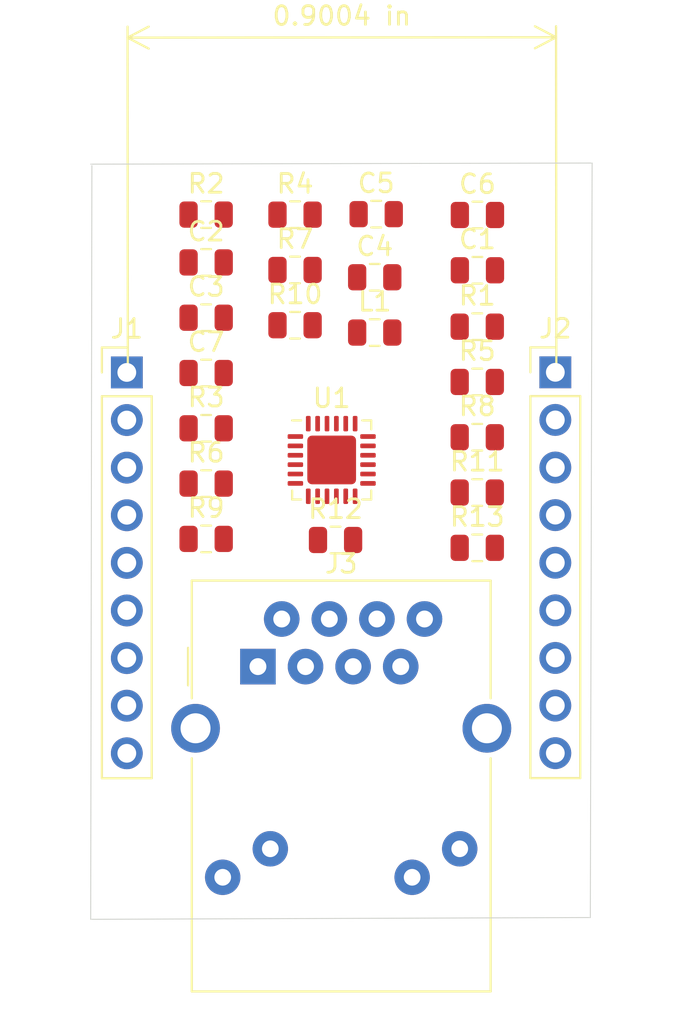
<source format=kicad_pcb>
(kicad_pcb (version 20171130) (host pcbnew "(5.1.5)-3")

  (general
    (thickness 1.6)
    (drawings 5)
    (tracks 0)
    (zones 0)
    (modules 25)
    (nets 39)
  )

  (page A4)
  (layers
    (0 F.Cu signal)
    (31 B.Cu signal)
    (32 B.Adhes user)
    (33 F.Adhes user)
    (34 B.Paste user)
    (35 F.Paste user)
    (36 B.SilkS user)
    (37 F.SilkS user)
    (38 B.Mask user)
    (39 F.Mask user)
    (40 Dwgs.User user)
    (41 Cmts.User user)
    (42 Eco1.User user)
    (43 Eco2.User user)
    (44 Edge.Cuts user)
    (45 Margin user)
    (46 B.CrtYd user)
    (47 F.CrtYd user)
    (48 B.Fab user)
    (49 F.Fab user)
  )

  (setup
    (last_trace_width 0.25)
    (trace_clearance 0.2)
    (zone_clearance 0.508)
    (zone_45_only no)
    (trace_min 0.2)
    (via_size 0.8)
    (via_drill 0.4)
    (via_min_size 0.4)
    (via_min_drill 0.3)
    (uvia_size 0.3)
    (uvia_drill 0.1)
    (uvias_allowed no)
    (uvia_min_size 0.2)
    (uvia_min_drill 0.1)
    (edge_width 0.05)
    (segment_width 0.2)
    (pcb_text_width 0.3)
    (pcb_text_size 1.5 1.5)
    (mod_edge_width 0.12)
    (mod_text_size 1 1)
    (mod_text_width 0.15)
    (pad_size 1.524 1.524)
    (pad_drill 0.762)
    (pad_to_mask_clearance 0.051)
    (solder_mask_min_width 0.25)
    (aux_axis_origin 0 0)
    (visible_elements 7FFFFFFF)
    (pcbplotparams
      (layerselection 0x010fc_ffffffff)
      (usegerberextensions false)
      (usegerberattributes false)
      (usegerberadvancedattributes false)
      (creategerberjobfile false)
      (excludeedgelayer true)
      (linewidth 0.100000)
      (plotframeref false)
      (viasonmask false)
      (mode 1)
      (useauxorigin false)
      (hpglpennumber 1)
      (hpglpenspeed 20)
      (hpglpendiameter 15.000000)
      (psnegative false)
      (psa4output false)
      (plotreference true)
      (plotvalue true)
      (plotinvisibletext false)
      (padsonsilk false)
      (subtractmaskfromsilk false)
      (outputformat 1)
      (mirror false)
      (drillshape 1)
      (scaleselection 1)
      (outputdirectory ""))
  )

  (net 0 "")
  (net 1 /VDDCR)
  (net 2 GND)
  (net 3 +3V3)
  (net 4 VDDA)
  (net 5 /nRST)
  (net 6 /3.3V)
  (net 7 /RX0)
  (net 8 /TX0)
  (net 9 /RX1)
  (net 10 /TX1)
  (net 11 /TX_EN)
  (net 12 "Net-(J1-Pad8)")
  (net 13 "Net-(J2-Pad8)")
  (net 14 "Net-(J2-Pad7)")
  (net 15 /CRS)
  (net 16 /MDC)
  (net 17 /MDIO)
  (net 18 /NINT)
  (net 19 /TD_P)
  (net 20 /TD_N)
  (net 21 /RD_P)
  (net 22 /RD_N)
  (net 23 "Net-(J3-PadR7)")
  (net 24 "Net-(J3-PadL2)")
  (net 25 "Net-(J3-PadL3)")
  (net 26 /RXER)
  (net 27 "Net-(R2-Pad1)")
  (net 28 /RXD1)
  (net 29 "Net-(R3-Pad1)")
  (net 30 /RXD0)
  (net 31 "Net-(R4-Pad1)")
  (net 32 "Net-(R6-Pad1)")
  (net 33 /LED2)
  (net 34 /LED1)
  (net 35 "Net-(U1-Pad4)")
  (net 36 "Net-(U1-Pad14)")
  (net 37 /TXD0)
  (net 38 /TXD1)

  (net_class Default "Esta es la clase de red por defecto."
    (clearance 0.2)
    (trace_width 0.25)
    (via_dia 0.8)
    (via_drill 0.4)
    (uvia_dia 0.3)
    (uvia_drill 0.1)
    (add_net +3V3)
    (add_net /3.3V)
    (add_net /CRS)
    (add_net /LED1)
    (add_net /LED2)
    (add_net /MDC)
    (add_net /MDIO)
    (add_net /NINT)
    (add_net /RD_N)
    (add_net /RD_P)
    (add_net /RX0)
    (add_net /RX1)
    (add_net /RXD0)
    (add_net /RXD1)
    (add_net /RXER)
    (add_net /TD_N)
    (add_net /TD_P)
    (add_net /TX0)
    (add_net /TX1)
    (add_net /TXD0)
    (add_net /TXD1)
    (add_net /TX_EN)
    (add_net /VDDCR)
    (add_net /nRST)
    (add_net GND)
    (add_net "Net-(J1-Pad8)")
    (add_net "Net-(J2-Pad7)")
    (add_net "Net-(J2-Pad8)")
    (add_net "Net-(J3-PadL2)")
    (add_net "Net-(J3-PadL3)")
    (add_net "Net-(J3-PadR7)")
    (add_net "Net-(R2-Pad1)")
    (add_net "Net-(R3-Pad1)")
    (add_net "Net-(R4-Pad1)")
    (add_net "Net-(R6-Pad1)")
    (add_net "Net-(U1-Pad14)")
    (add_net "Net-(U1-Pad4)")
    (add_net VDDA)
  )

  (module Capacitor_SMD:C_0805_2012Metric (layer F.Cu) (tedit 5B36C52B) (tstamp 5F057107)
    (at 73.866001 76.253001)
    (descr "Capacitor SMD 0805 (2012 Metric), square (rectangular) end terminal, IPC_7351 nominal, (Body size source: https://docs.google.com/spreadsheets/d/1BsfQQcO9C6DZCsRaXUlFlo91Tg2WpOkGARC1WS5S8t0/edit?usp=sharing), generated with kicad-footprint-generator")
    (tags capacitor)
    (path /5F03C856)
    (attr smd)
    (fp_text reference C1 (at 0 -1.65) (layer F.SilkS)
      (effects (font (size 1 1) (thickness 0.15)))
    )
    (fp_text value C (at 0 1.65) (layer F.Fab)
      (effects (font (size 1 1) (thickness 0.15)))
    )
    (fp_line (start -1 0.6) (end -1 -0.6) (layer F.Fab) (width 0.1))
    (fp_line (start -1 -0.6) (end 1 -0.6) (layer F.Fab) (width 0.1))
    (fp_line (start 1 -0.6) (end 1 0.6) (layer F.Fab) (width 0.1))
    (fp_line (start 1 0.6) (end -1 0.6) (layer F.Fab) (width 0.1))
    (fp_line (start -0.258578 -0.71) (end 0.258578 -0.71) (layer F.SilkS) (width 0.12))
    (fp_line (start -0.258578 0.71) (end 0.258578 0.71) (layer F.SilkS) (width 0.12))
    (fp_line (start -1.68 0.95) (end -1.68 -0.95) (layer F.CrtYd) (width 0.05))
    (fp_line (start -1.68 -0.95) (end 1.68 -0.95) (layer F.CrtYd) (width 0.05))
    (fp_line (start 1.68 -0.95) (end 1.68 0.95) (layer F.CrtYd) (width 0.05))
    (fp_line (start 1.68 0.95) (end -1.68 0.95) (layer F.CrtYd) (width 0.05))
    (fp_text user %R (at 0 0) (layer F.Fab)
      (effects (font (size 0.5 0.5) (thickness 0.08)))
    )
    (pad 1 smd roundrect (at -0.9375 0) (size 0.975 1.4) (layers F.Cu F.Paste F.Mask) (roundrect_rratio 0.25)
      (net 1 /VDDCR))
    (pad 2 smd roundrect (at 0.9375 0) (size 0.975 1.4) (layers F.Cu F.Paste F.Mask) (roundrect_rratio 0.25)
      (net 2 GND))
    (model ${KISYS3DMOD}/Capacitor_SMD.3dshapes/C_0805_2012Metric.wrl
      (at (xyz 0 0 0))
      (scale (xyz 1 1 1))
      (rotate (xyz 0 0 0))
    )
  )

  (module Capacitor_SMD:C_0805_2012Metric (layer F.Cu) (tedit 5B36C52B) (tstamp 5F057118)
    (at 59.388001 75.834001)
    (descr "Capacitor SMD 0805 (2012 Metric), square (rectangular) end terminal, IPC_7351 nominal, (Body size source: https://docs.google.com/spreadsheets/d/1BsfQQcO9C6DZCsRaXUlFlo91Tg2WpOkGARC1WS5S8t0/edit?usp=sharing), generated with kicad-footprint-generator")
    (tags capacitor)
    (path /5F03C4E2)
    (attr smd)
    (fp_text reference C2 (at 0 -1.65) (layer F.SilkS)
      (effects (font (size 1 1) (thickness 0.15)))
    )
    (fp_text value C (at 0 1.65) (layer F.Fab)
      (effects (font (size 1 1) (thickness 0.15)))
    )
    (fp_text user %R (at 0 0) (layer F.Fab)
      (effects (font (size 0.5 0.5) (thickness 0.08)))
    )
    (fp_line (start 1.68 0.95) (end -1.68 0.95) (layer F.CrtYd) (width 0.05))
    (fp_line (start 1.68 -0.95) (end 1.68 0.95) (layer F.CrtYd) (width 0.05))
    (fp_line (start -1.68 -0.95) (end 1.68 -0.95) (layer F.CrtYd) (width 0.05))
    (fp_line (start -1.68 0.95) (end -1.68 -0.95) (layer F.CrtYd) (width 0.05))
    (fp_line (start -0.258578 0.71) (end 0.258578 0.71) (layer F.SilkS) (width 0.12))
    (fp_line (start -0.258578 -0.71) (end 0.258578 -0.71) (layer F.SilkS) (width 0.12))
    (fp_line (start 1 0.6) (end -1 0.6) (layer F.Fab) (width 0.1))
    (fp_line (start 1 -0.6) (end 1 0.6) (layer F.Fab) (width 0.1))
    (fp_line (start -1 -0.6) (end 1 -0.6) (layer F.Fab) (width 0.1))
    (fp_line (start -1 0.6) (end -1 -0.6) (layer F.Fab) (width 0.1))
    (pad 2 smd roundrect (at 0.9375 0) (size 0.975 1.4) (layers F.Cu F.Paste F.Mask) (roundrect_rratio 0.25)
      (net 2 GND))
    (pad 1 smd roundrect (at -0.9375 0) (size 0.975 1.4) (layers F.Cu F.Paste F.Mask) (roundrect_rratio 0.25)
      (net 1 /VDDCR))
    (model ${KISYS3DMOD}/Capacitor_SMD.3dshapes/C_0805_2012Metric.wrl
      (at (xyz 0 0 0))
      (scale (xyz 1 1 1))
      (rotate (xyz 0 0 0))
    )
  )

  (module Capacitor_SMD:C_0805_2012Metric (layer F.Cu) (tedit 5B36C52B) (tstamp 5F057129)
    (at 59.388001 78.784001)
    (descr "Capacitor SMD 0805 (2012 Metric), square (rectangular) end terminal, IPC_7351 nominal, (Body size source: https://docs.google.com/spreadsheets/d/1BsfQQcO9C6DZCsRaXUlFlo91Tg2WpOkGARC1WS5S8t0/edit?usp=sharing), generated with kicad-footprint-generator")
    (tags capacitor)
    (path /5F0530DC)
    (attr smd)
    (fp_text reference C3 (at 0 -1.65) (layer F.SilkS)
      (effects (font (size 1 1) (thickness 0.15)))
    )
    (fp_text value C (at 0 1.65) (layer F.Fab)
      (effects (font (size 1 1) (thickness 0.15)))
    )
    (fp_line (start -1 0.6) (end -1 -0.6) (layer F.Fab) (width 0.1))
    (fp_line (start -1 -0.6) (end 1 -0.6) (layer F.Fab) (width 0.1))
    (fp_line (start 1 -0.6) (end 1 0.6) (layer F.Fab) (width 0.1))
    (fp_line (start 1 0.6) (end -1 0.6) (layer F.Fab) (width 0.1))
    (fp_line (start -0.258578 -0.71) (end 0.258578 -0.71) (layer F.SilkS) (width 0.12))
    (fp_line (start -0.258578 0.71) (end 0.258578 0.71) (layer F.SilkS) (width 0.12))
    (fp_line (start -1.68 0.95) (end -1.68 -0.95) (layer F.CrtYd) (width 0.05))
    (fp_line (start -1.68 -0.95) (end 1.68 -0.95) (layer F.CrtYd) (width 0.05))
    (fp_line (start 1.68 -0.95) (end 1.68 0.95) (layer F.CrtYd) (width 0.05))
    (fp_line (start 1.68 0.95) (end -1.68 0.95) (layer F.CrtYd) (width 0.05))
    (fp_text user %R (at 0 0) (layer F.Fab)
      (effects (font (size 0.5 0.5) (thickness 0.08)))
    )
    (pad 1 smd roundrect (at -0.9375 0) (size 0.975 1.4) (layers F.Cu F.Paste F.Mask) (roundrect_rratio 0.25)
      (net 3 +3V3))
    (pad 2 smd roundrect (at 0.9375 0) (size 0.975 1.4) (layers F.Cu F.Paste F.Mask) (roundrect_rratio 0.25)
      (net 2 GND))
    (model ${KISYS3DMOD}/Capacitor_SMD.3dshapes/C_0805_2012Metric.wrl
      (at (xyz 0 0 0))
      (scale (xyz 1 1 1))
      (rotate (xyz 0 0 0))
    )
  )

  (module Capacitor_SMD:C_0805_2012Metric (layer F.Cu) (tedit 5B36C52B) (tstamp 5F05713A)
    (at 68.386001 76.626001)
    (descr "Capacitor SMD 0805 (2012 Metric), square (rectangular) end terminal, IPC_7351 nominal, (Body size source: https://docs.google.com/spreadsheets/d/1BsfQQcO9C6DZCsRaXUlFlo91Tg2WpOkGARC1WS5S8t0/edit?usp=sharing), generated with kicad-footprint-generator")
    (tags capacitor)
    (path /5EFFD944)
    (attr smd)
    (fp_text reference C4 (at 0 -1.65) (layer F.SilkS)
      (effects (font (size 1 1) (thickness 0.15)))
    )
    (fp_text value C (at 0 1.65) (layer F.Fab)
      (effects (font (size 1 1) (thickness 0.15)))
    )
    (fp_text user %R (at 0 0) (layer F.Fab)
      (effects (font (size 0.5 0.5) (thickness 0.08)))
    )
    (fp_line (start 1.68 0.95) (end -1.68 0.95) (layer F.CrtYd) (width 0.05))
    (fp_line (start 1.68 -0.95) (end 1.68 0.95) (layer F.CrtYd) (width 0.05))
    (fp_line (start -1.68 -0.95) (end 1.68 -0.95) (layer F.CrtYd) (width 0.05))
    (fp_line (start -1.68 0.95) (end -1.68 -0.95) (layer F.CrtYd) (width 0.05))
    (fp_line (start -0.258578 0.71) (end 0.258578 0.71) (layer F.SilkS) (width 0.12))
    (fp_line (start -0.258578 -0.71) (end 0.258578 -0.71) (layer F.SilkS) (width 0.12))
    (fp_line (start 1 0.6) (end -1 0.6) (layer F.Fab) (width 0.1))
    (fp_line (start 1 -0.6) (end 1 0.6) (layer F.Fab) (width 0.1))
    (fp_line (start -1 -0.6) (end 1 -0.6) (layer F.Fab) (width 0.1))
    (fp_line (start -1 0.6) (end -1 -0.6) (layer F.Fab) (width 0.1))
    (pad 2 smd roundrect (at 0.9375 0) (size 0.975 1.4) (layers F.Cu F.Paste F.Mask) (roundrect_rratio 0.25)
      (net 2 GND))
    (pad 1 smd roundrect (at -0.9375 0) (size 0.975 1.4) (layers F.Cu F.Paste F.Mask) (roundrect_rratio 0.25)
      (net 4 VDDA))
    (model ${KISYS3DMOD}/Capacitor_SMD.3dshapes/C_0805_2012Metric.wrl
      (at (xyz 0 0 0))
      (scale (xyz 1 1 1))
      (rotate (xyz 0 0 0))
    )
  )

  (module Capacitor_SMD:C_0805_2012Metric (layer F.Cu) (tedit 5B36C52B) (tstamp 5F05714B)
    (at 68.463 73.259)
    (descr "Capacitor SMD 0805 (2012 Metric), square (rectangular) end terminal, IPC_7351 nominal, (Body size source: https://docs.google.com/spreadsheets/d/1BsfQQcO9C6DZCsRaXUlFlo91Tg2WpOkGARC1WS5S8t0/edit?usp=sharing), generated with kicad-footprint-generator")
    (tags capacitor)
    (path /5F0047C0)
    (attr smd)
    (fp_text reference C5 (at 0 -1.65) (layer F.SilkS)
      (effects (font (size 1 1) (thickness 0.15)))
    )
    (fp_text value C (at 0 1.65) (layer F.Fab)
      (effects (font (size 1 1) (thickness 0.15)))
    )
    (fp_text user %R (at 0 0) (layer F.Fab)
      (effects (font (size 0.5 0.5) (thickness 0.08)))
    )
    (fp_line (start 1.68 0.95) (end -1.68 0.95) (layer F.CrtYd) (width 0.05))
    (fp_line (start 1.68 -0.95) (end 1.68 0.95) (layer F.CrtYd) (width 0.05))
    (fp_line (start -1.68 -0.95) (end 1.68 -0.95) (layer F.CrtYd) (width 0.05))
    (fp_line (start -1.68 0.95) (end -1.68 -0.95) (layer F.CrtYd) (width 0.05))
    (fp_line (start -0.258578 0.71) (end 0.258578 0.71) (layer F.SilkS) (width 0.12))
    (fp_line (start -0.258578 -0.71) (end 0.258578 -0.71) (layer F.SilkS) (width 0.12))
    (fp_line (start 1 0.6) (end -1 0.6) (layer F.Fab) (width 0.1))
    (fp_line (start 1 -0.6) (end 1 0.6) (layer F.Fab) (width 0.1))
    (fp_line (start -1 -0.6) (end 1 -0.6) (layer F.Fab) (width 0.1))
    (fp_line (start -1 0.6) (end -1 -0.6) (layer F.Fab) (width 0.1))
    (pad 2 smd roundrect (at 0.9375 0) (size 0.975 1.4) (layers F.Cu F.Paste F.Mask) (roundrect_rratio 0.25)
      (net 2 GND))
    (pad 1 smd roundrect (at -0.9375 0) (size 0.975 1.4) (layers F.Cu F.Paste F.Mask) (roundrect_rratio 0.25)
      (net 5 /nRST))
    (model ${KISYS3DMOD}/Capacitor_SMD.3dshapes/C_0805_2012Metric.wrl
      (at (xyz 0 0 0))
      (scale (xyz 1 1 1))
      (rotate (xyz 0 0 0))
    )
  )

  (module Capacitor_SMD:C_0805_2012Metric (layer F.Cu) (tedit 5B36C52B) (tstamp 5F05715C)
    (at 73.866001 73.303001)
    (descr "Capacitor SMD 0805 (2012 Metric), square (rectangular) end terminal, IPC_7351 nominal, (Body size source: https://docs.google.com/spreadsheets/d/1BsfQQcO9C6DZCsRaXUlFlo91Tg2WpOkGARC1WS5S8t0/edit?usp=sharing), generated with kicad-footprint-generator")
    (tags capacitor)
    (path /5F038516)
    (attr smd)
    (fp_text reference C6 (at 0 -1.65) (layer F.SilkS)
      (effects (font (size 1 1) (thickness 0.15)))
    )
    (fp_text value C (at 0 1.65) (layer F.Fab)
      (effects (font (size 1 1) (thickness 0.15)))
    )
    (fp_line (start -1 0.6) (end -1 -0.6) (layer F.Fab) (width 0.1))
    (fp_line (start -1 -0.6) (end 1 -0.6) (layer F.Fab) (width 0.1))
    (fp_line (start 1 -0.6) (end 1 0.6) (layer F.Fab) (width 0.1))
    (fp_line (start 1 0.6) (end -1 0.6) (layer F.Fab) (width 0.1))
    (fp_line (start -0.258578 -0.71) (end 0.258578 -0.71) (layer F.SilkS) (width 0.12))
    (fp_line (start -0.258578 0.71) (end 0.258578 0.71) (layer F.SilkS) (width 0.12))
    (fp_line (start -1.68 0.95) (end -1.68 -0.95) (layer F.CrtYd) (width 0.05))
    (fp_line (start -1.68 -0.95) (end 1.68 -0.95) (layer F.CrtYd) (width 0.05))
    (fp_line (start 1.68 -0.95) (end 1.68 0.95) (layer F.CrtYd) (width 0.05))
    (fp_line (start 1.68 0.95) (end -1.68 0.95) (layer F.CrtYd) (width 0.05))
    (fp_text user %R (at 0 0) (layer F.Fab)
      (effects (font (size 0.5 0.5) (thickness 0.08)))
    )
    (pad 1 smd roundrect (at -0.9375 0) (size 0.975 1.4) (layers F.Cu F.Paste F.Mask) (roundrect_rratio 0.25)
      (net 4 VDDA))
    (pad 2 smd roundrect (at 0.9375 0) (size 0.975 1.4) (layers F.Cu F.Paste F.Mask) (roundrect_rratio 0.25)
      (net 2 GND))
    (model ${KISYS3DMOD}/Capacitor_SMD.3dshapes/C_0805_2012Metric.wrl
      (at (xyz 0 0 0))
      (scale (xyz 1 1 1))
      (rotate (xyz 0 0 0))
    )
  )

  (module Capacitor_SMD:C_0805_2012Metric (layer F.Cu) (tedit 5B36C52B) (tstamp 5F05716D)
    (at 59.388001 81.734001)
    (descr "Capacitor SMD 0805 (2012 Metric), square (rectangular) end terminal, IPC_7351 nominal, (Body size source: https://docs.google.com/spreadsheets/d/1BsfQQcO9C6DZCsRaXUlFlo91Tg2WpOkGARC1WS5S8t0/edit?usp=sharing), generated with kicad-footprint-generator")
    (tags capacitor)
    (path /5F03889F)
    (attr smd)
    (fp_text reference C7 (at 0 -1.65) (layer F.SilkS)
      (effects (font (size 1 1) (thickness 0.15)))
    )
    (fp_text value C (at 0 1.65) (layer F.Fab)
      (effects (font (size 1 1) (thickness 0.15)))
    )
    (fp_line (start -1 0.6) (end -1 -0.6) (layer F.Fab) (width 0.1))
    (fp_line (start -1 -0.6) (end 1 -0.6) (layer F.Fab) (width 0.1))
    (fp_line (start 1 -0.6) (end 1 0.6) (layer F.Fab) (width 0.1))
    (fp_line (start 1 0.6) (end -1 0.6) (layer F.Fab) (width 0.1))
    (fp_line (start -0.258578 -0.71) (end 0.258578 -0.71) (layer F.SilkS) (width 0.12))
    (fp_line (start -0.258578 0.71) (end 0.258578 0.71) (layer F.SilkS) (width 0.12))
    (fp_line (start -1.68 0.95) (end -1.68 -0.95) (layer F.CrtYd) (width 0.05))
    (fp_line (start -1.68 -0.95) (end 1.68 -0.95) (layer F.CrtYd) (width 0.05))
    (fp_line (start 1.68 -0.95) (end 1.68 0.95) (layer F.CrtYd) (width 0.05))
    (fp_line (start 1.68 0.95) (end -1.68 0.95) (layer F.CrtYd) (width 0.05))
    (fp_text user %R (at 0 0) (layer F.Fab)
      (effects (font (size 0.5 0.5) (thickness 0.08)))
    )
    (pad 1 smd roundrect (at -0.9375 0) (size 0.975 1.4) (layers F.Cu F.Paste F.Mask) (roundrect_rratio 0.25)
      (net 4 VDDA))
    (pad 2 smd roundrect (at 0.9375 0) (size 0.975 1.4) (layers F.Cu F.Paste F.Mask) (roundrect_rratio 0.25)
      (net 2 GND))
    (model ${KISYS3DMOD}/Capacitor_SMD.3dshapes/C_0805_2012Metric.wrl
      (at (xyz 0 0 0))
      (scale (xyz 1 1 1))
      (rotate (xyz 0 0 0))
    )
  )

  (module Connector_PinHeader_2.54mm:PinHeader_1x09_P2.54mm_Vertical (layer F.Cu) (tedit 59FED5CC) (tstamp 5F05718A)
    (at 55.154 81.703)
    (descr "Through hole straight pin header, 1x09, 2.54mm pitch, single row")
    (tags "Through hole pin header THT 1x09 2.54mm single row")
    (path /5F07E181)
    (fp_text reference J1 (at 0 -2.33) (layer F.SilkS)
      (effects (font (size 1 1) (thickness 0.15)))
    )
    (fp_text value Conn_01x08_Male (at 0 22.65) (layer F.Fab)
      (effects (font (size 1 1) (thickness 0.15)))
    )
    (fp_line (start -0.635 -1.27) (end 1.27 -1.27) (layer F.Fab) (width 0.1))
    (fp_line (start 1.27 -1.27) (end 1.27 21.59) (layer F.Fab) (width 0.1))
    (fp_line (start 1.27 21.59) (end -1.27 21.59) (layer F.Fab) (width 0.1))
    (fp_line (start -1.27 21.59) (end -1.27 -0.635) (layer F.Fab) (width 0.1))
    (fp_line (start -1.27 -0.635) (end -0.635 -1.27) (layer F.Fab) (width 0.1))
    (fp_line (start -1.33 21.65) (end 1.33 21.65) (layer F.SilkS) (width 0.12))
    (fp_line (start -1.33 1.27) (end -1.33 21.65) (layer F.SilkS) (width 0.12))
    (fp_line (start 1.33 1.27) (end 1.33 21.65) (layer F.SilkS) (width 0.12))
    (fp_line (start -1.33 1.27) (end 1.33 1.27) (layer F.SilkS) (width 0.12))
    (fp_line (start -1.33 0) (end -1.33 -1.33) (layer F.SilkS) (width 0.12))
    (fp_line (start -1.33 -1.33) (end 0 -1.33) (layer F.SilkS) (width 0.12))
    (fp_line (start -1.8 -1.8) (end -1.8 22.1) (layer F.CrtYd) (width 0.05))
    (fp_line (start -1.8 22.1) (end 1.8 22.1) (layer F.CrtYd) (width 0.05))
    (fp_line (start 1.8 22.1) (end 1.8 -1.8) (layer F.CrtYd) (width 0.05))
    (fp_line (start 1.8 -1.8) (end -1.8 -1.8) (layer F.CrtYd) (width 0.05))
    (fp_text user %R (at 0 10.16 90) (layer F.Fab)
      (effects (font (size 1 1) (thickness 0.15)))
    )
    (pad 1 thru_hole rect (at 0 0) (size 1.7 1.7) (drill 1) (layers *.Cu *.Mask)
      (net 2 GND))
    (pad 2 thru_hole oval (at 0 2.54) (size 1.7 1.7) (drill 1) (layers *.Cu *.Mask)
      (net 6 /3.3V))
    (pad 3 thru_hole oval (at 0 5.08) (size 1.7 1.7) (drill 1) (layers *.Cu *.Mask)
      (net 7 /RX0))
    (pad 4 thru_hole oval (at 0 7.62) (size 1.7 1.7) (drill 1) (layers *.Cu *.Mask)
      (net 8 /TX0))
    (pad 5 thru_hole oval (at 0 10.16) (size 1.7 1.7) (drill 1) (layers *.Cu *.Mask)
      (net 9 /RX1))
    (pad 6 thru_hole oval (at 0 12.7) (size 1.7 1.7) (drill 1) (layers *.Cu *.Mask)
      (net 10 /TX1))
    (pad 7 thru_hole oval (at 0 15.24) (size 1.7 1.7) (drill 1) (layers *.Cu *.Mask)
      (net 11 /TX_EN))
    (pad 8 thru_hole oval (at 0 17.78) (size 1.7 1.7) (drill 1) (layers *.Cu *.Mask)
      (net 12 "Net-(J1-Pad8)"))
    (pad 9 thru_hole oval (at 0 20.32) (size 1.7 1.7) (drill 1) (layers *.Cu *.Mask))
    (model ${KISYS3DMOD}/Connector_PinHeader_2.54mm.3dshapes/PinHeader_1x09_P2.54mm_Vertical.wrl
      (at (xyz 0 0 0))
      (scale (xyz 1 1 1))
      (rotate (xyz 0 0 0))
    )
  )

  (module Connector_PinHeader_2.54mm:PinHeader_1x09_P2.54mm_Vertical (layer F.Cu) (tedit 59FED5CC) (tstamp 5F057746)
    (at 78.02372 81.69656)
    (descr "Through hole straight pin header, 1x09, 2.54mm pitch, single row")
    (tags "Through hole pin header THT 1x09 2.54mm single row")
    (path /5F07F83C)
    (fp_text reference J2 (at 0 -2.33) (layer F.SilkS)
      (effects (font (size 1 1) (thickness 0.15)))
    )
    (fp_text value Conn_01x08_Male (at 0 22.65) (layer F.Fab)
      (effects (font (size 1 1) (thickness 0.15)))
    )
    (fp_text user %R (at 0 10.16 90) (layer F.Fab)
      (effects (font (size 1 1) (thickness 0.15)))
    )
    (fp_line (start 1.8 -1.8) (end -1.8 -1.8) (layer F.CrtYd) (width 0.05))
    (fp_line (start 1.8 22.1) (end 1.8 -1.8) (layer F.CrtYd) (width 0.05))
    (fp_line (start -1.8 22.1) (end 1.8 22.1) (layer F.CrtYd) (width 0.05))
    (fp_line (start -1.8 -1.8) (end -1.8 22.1) (layer F.CrtYd) (width 0.05))
    (fp_line (start -1.33 -1.33) (end 0 -1.33) (layer F.SilkS) (width 0.12))
    (fp_line (start -1.33 0) (end -1.33 -1.33) (layer F.SilkS) (width 0.12))
    (fp_line (start -1.33 1.27) (end 1.33 1.27) (layer F.SilkS) (width 0.12))
    (fp_line (start 1.33 1.27) (end 1.33 21.65) (layer F.SilkS) (width 0.12))
    (fp_line (start -1.33 1.27) (end -1.33 21.65) (layer F.SilkS) (width 0.12))
    (fp_line (start -1.33 21.65) (end 1.33 21.65) (layer F.SilkS) (width 0.12))
    (fp_line (start -1.27 -0.635) (end -0.635 -1.27) (layer F.Fab) (width 0.1))
    (fp_line (start -1.27 21.59) (end -1.27 -0.635) (layer F.Fab) (width 0.1))
    (fp_line (start 1.27 21.59) (end -1.27 21.59) (layer F.Fab) (width 0.1))
    (fp_line (start 1.27 -1.27) (end 1.27 21.59) (layer F.Fab) (width 0.1))
    (fp_line (start -0.635 -1.27) (end 1.27 -1.27) (layer F.Fab) (width 0.1))
    (pad 9 thru_hole oval (at 0 20.32) (size 1.7 1.7) (drill 1) (layers *.Cu *.Mask))
    (pad 8 thru_hole oval (at 0 17.78) (size 1.7 1.7) (drill 1) (layers *.Cu *.Mask)
      (net 13 "Net-(J2-Pad8)"))
    (pad 7 thru_hole oval (at 0 15.24) (size 1.7 1.7) (drill 1) (layers *.Cu *.Mask)
      (net 14 "Net-(J2-Pad7)"))
    (pad 6 thru_hole oval (at 0 12.7) (size 1.7 1.7) (drill 1) (layers *.Cu *.Mask)
      (net 15 /CRS))
    (pad 5 thru_hole oval (at 0 10.16) (size 1.7 1.7) (drill 1) (layers *.Cu *.Mask)
      (net 16 /MDC))
    (pad 4 thru_hole oval (at 0 7.62) (size 1.7 1.7) (drill 1) (layers *.Cu *.Mask)
      (net 17 /MDIO))
    (pad 3 thru_hole oval (at 0 5.08) (size 1.7 1.7) (drill 1) (layers *.Cu *.Mask)
      (net 18 /NINT))
    (pad 2 thru_hole oval (at 0 2.54) (size 1.7 1.7) (drill 1) (layers *.Cu *.Mask)
      (net 6 /3.3V))
    (pad 1 thru_hole rect (at 0 0) (size 1.7 1.7) (drill 1) (layers *.Cu *.Mask)
      (net 2 GND))
    (model ${KISYS3DMOD}/Connector_PinHeader_2.54mm.3dshapes/PinHeader_1x09_P2.54mm_Vertical.wrl
      (at (xyz 0 0 0))
      (scale (xyz 1 1 1))
      (rotate (xyz 0 0 0))
    )
  )

  (module Connector_RJ:RJ45_Amphenol_RJMG1BD3B8K1ANR (layer F.Cu) (tedit 5ADFAE47) (tstamp 5F057900)
    (at 62.152 97.398)
    (descr "1 Port RJ45 Magjack Connector Through Hole 10/100 Base-T, AutoMDIX, https://www.amphenolcanada.com/ProductSearch/Drawings/AC/RJMG1BD3B8K1ANR.PDF")
    (tags "RJ45 Magjack")
    (path /5F01B894)
    (fp_text reference J3 (at 4.445 -5.49) (layer F.SilkS)
      (effects (font (size 1 1) (thickness 0.15)))
    )
    (fp_text value RJ45_Amphenol_RJMG1BD3B8K1ANR (at 4.445 18.23) (layer F.Fab)
      (effects (font (size 1 1) (thickness 0.15)))
    )
    (fp_line (start -2.43 -4.49) (end 12.32 -4.49) (layer F.Fab) (width 0.1))
    (fp_line (start 12.32 -4.49) (end 12.32 17.23) (layer F.Fab) (width 0.1))
    (fp_line (start 12.32 17.23) (end -3.43 17.23) (layer F.Fab) (width 0.1))
    (fp_line (start -3.43 17.23) (end -3.43 -3.49) (layer F.Fab) (width 0.1))
    (fp_line (start -3.43 -3.49) (end -2.43 -4.49) (layer F.Fab) (width 0.1))
    (fp_line (start -3.53 1.69) (end -3.53 -4.59) (layer F.SilkS) (width 0.12))
    (fp_line (start -3.53 -4.59) (end 12.42 -4.59) (layer F.SilkS) (width 0.12))
    (fp_line (start 12.42 -4.59) (end 12.42 1.69) (layer F.SilkS) (width 0.12))
    (fp_line (start 12.42 4.89) (end 12.42 17.33) (layer F.SilkS) (width 0.12))
    (fp_line (start 12.42 17.33) (end -3.53 17.33) (layer F.SilkS) (width 0.12))
    (fp_line (start -3.53 17.33) (end -3.53 4.89) (layer F.SilkS) (width 0.12))
    (fp_line (start -3.73 -1) (end -3.73 1) (layer F.SilkS) (width 0.12))
    (fp_line (start -5.13 -4.99) (end -5.13 17.73) (layer F.CrtYd) (width 0.05))
    (fp_line (start -5.13 17.73) (end 14.02 17.73) (layer F.CrtYd) (width 0.05))
    (fp_line (start 14.02 17.73) (end 14.02 -4.99) (layer F.CrtYd) (width 0.05))
    (fp_line (start 14.02 -4.99) (end -5.13 -4.99) (layer F.CrtYd) (width 0.05))
    (fp_text user %R (at 3.1 4.908) (layer F.Fab)
      (effects (font (size 1 1) (thickness 0.15)))
    )
    (pad R1 thru_hole rect (at 0 0) (size 1.9 1.9) (drill 0.9) (layers *.Cu *.Mask)
      (net 19 /TD_P))
    (pad R2 thru_hole circle (at 1.27 -2.54) (size 1.9 1.9) (drill 0.9) (layers *.Cu *.Mask)
      (net 20 /TD_N))
    (pad R3 thru_hole circle (at 2.54 0) (size 1.9 1.9) (drill 0.9) (layers *.Cu *.Mask)
      (net 21 /RD_P))
    (pad R4 thru_hole circle (at 3.81 -2.54) (size 1.9 1.9) (drill 0.9) (layers *.Cu *.Mask)
      (net 4 VDDA))
    (pad R5 thru_hole circle (at 5.08 0) (size 1.9 1.9) (drill 0.9) (layers *.Cu *.Mask)
      (net 4 VDDA))
    (pad R6 thru_hole circle (at 6.35 -2.54) (size 1.9 1.9) (drill 0.9) (layers *.Cu *.Mask)
      (net 22 /RD_N))
    (pad R7 thru_hole circle (at 7.62 0) (size 1.9 1.9) (drill 0.9) (layers *.Cu *.Mask)
      (net 23 "Net-(J3-PadR7)"))
    (pad R8 thru_hole circle (at 8.89 -2.54) (size 1.9 1.9) (drill 0.9) (layers *.Cu *.Mask)
      (net 2 GND))
    (pad L1 thru_hole circle (at 10.77 9.72) (size 1.89 1.89) (drill 0.89) (layers *.Cu *.Mask)
      (net 4 VDDA))
    (pad L2 thru_hole circle (at 8.23 11.24) (size 1.89 1.89) (drill 0.89) (layers *.Cu *.Mask)
      (net 24 "Net-(J3-PadL2)"))
    (pad L3 thru_hole circle (at 0.66 9.72) (size 1.89 1.89) (drill 0.89) (layers *.Cu *.Mask)
      (net 25 "Net-(J3-PadL3)"))
    (pad L4 thru_hole circle (at -1.88 11.24) (size 1.89 1.89) (drill 0.89) (layers *.Cu *.Mask)
      (net 4 VDDA))
    (pad 13 thru_hole circle (at -3.33 3.29) (size 2.6 2.6) (drill 1.6) (layers *.Cu *.Mask)
      (net 2 GND))
    (pad 13 thru_hole circle (at 12.22 3.29) (size 2.6 2.6) (drill 1.6) (layers *.Cu *.Mask)
      (net 2 GND))
    (pad "" np_thru_hole circle (at -1.27 6.34) (size 3.25 3.25) (drill 3.25) (layers *.Cu *.Mask))
    (pad "" np_thru_hole circle (at 10.16 6.34) (size 3.25 3.25) (drill 3.25) (layers *.Cu *.Mask))
    (model ${KISYS3DMOD}/Connector_RJ.3dshapes/RJ45_Amphenol_RJMG1BD3B8K1ANR.wrl
      (at (xyz 0 0 0))
      (scale (xyz 1 1 1))
      (rotate (xyz 0 0 0))
    )
  )

  (module Inductor_SMD:L_0805_2012Metric (layer F.Cu) (tedit 5B36C52B) (tstamp 5F0571DD)
    (at 68.386001 79.576001)
    (descr "Inductor SMD 0805 (2012 Metric), square (rectangular) end terminal, IPC_7351 nominal, (Body size source: https://docs.google.com/spreadsheets/d/1BsfQQcO9C6DZCsRaXUlFlo91Tg2WpOkGARC1WS5S8t0/edit?usp=sharing), generated with kicad-footprint-generator")
    (tags inductor)
    (path /5F0051AD)
    (attr smd)
    (fp_text reference L1 (at 0 -1.65) (layer F.SilkS)
      (effects (font (size 1 1) (thickness 0.15)))
    )
    (fp_text value L (at 0 1.65) (layer F.Fab)
      (effects (font (size 1 1) (thickness 0.15)))
    )
    (fp_line (start -1 0.6) (end -1 -0.6) (layer F.Fab) (width 0.1))
    (fp_line (start -1 -0.6) (end 1 -0.6) (layer F.Fab) (width 0.1))
    (fp_line (start 1 -0.6) (end 1 0.6) (layer F.Fab) (width 0.1))
    (fp_line (start 1 0.6) (end -1 0.6) (layer F.Fab) (width 0.1))
    (fp_line (start -0.258578 -0.71) (end 0.258578 -0.71) (layer F.SilkS) (width 0.12))
    (fp_line (start -0.258578 0.71) (end 0.258578 0.71) (layer F.SilkS) (width 0.12))
    (fp_line (start -1.68 0.95) (end -1.68 -0.95) (layer F.CrtYd) (width 0.05))
    (fp_line (start -1.68 -0.95) (end 1.68 -0.95) (layer F.CrtYd) (width 0.05))
    (fp_line (start 1.68 -0.95) (end 1.68 0.95) (layer F.CrtYd) (width 0.05))
    (fp_line (start 1.68 0.95) (end -1.68 0.95) (layer F.CrtYd) (width 0.05))
    (fp_text user %R (at 0 0) (layer F.Fab)
      (effects (font (size 0.5 0.5) (thickness 0.08)))
    )
    (pad 1 smd roundrect (at -0.9375 0) (size 0.975 1.4) (layers F.Cu F.Paste F.Mask) (roundrect_rratio 0.25)
      (net 4 VDDA))
    (pad 2 smd roundrect (at 0.9375 0) (size 0.975 1.4) (layers F.Cu F.Paste F.Mask) (roundrect_rratio 0.25)
      (net 3 +3V3))
    (model ${KISYS3DMOD}/Inductor_SMD.3dshapes/L_0805_2012Metric.wrl
      (at (xyz 0 0 0))
      (scale (xyz 1 1 1))
      (rotate (xyz 0 0 0))
    )
  )

  (module Resistor_SMD:R_0805_2012Metric (layer F.Cu) (tedit 5B36C52B) (tstamp 5F0571EE)
    (at 73.857001 79.261001)
    (descr "Resistor SMD 0805 (2012 Metric), square (rectangular) end terminal, IPC_7351 nominal, (Body size source: https://docs.google.com/spreadsheets/d/1BsfQQcO9C6DZCsRaXUlFlo91Tg2WpOkGARC1WS5S8t0/edit?usp=sharing), generated with kicad-footprint-generator")
    (tags resistor)
    (path /5F05BCF3)
    (attr smd)
    (fp_text reference R1 (at 0 -1.65) (layer F.SilkS)
      (effects (font (size 1 1) (thickness 0.15)))
    )
    (fp_text value R_US (at 0 1.65) (layer F.Fab)
      (effects (font (size 1 1) (thickness 0.15)))
    )
    (fp_line (start -1 0.6) (end -1 -0.6) (layer F.Fab) (width 0.1))
    (fp_line (start -1 -0.6) (end 1 -0.6) (layer F.Fab) (width 0.1))
    (fp_line (start 1 -0.6) (end 1 0.6) (layer F.Fab) (width 0.1))
    (fp_line (start 1 0.6) (end -1 0.6) (layer F.Fab) (width 0.1))
    (fp_line (start -0.258578 -0.71) (end 0.258578 -0.71) (layer F.SilkS) (width 0.12))
    (fp_line (start -0.258578 0.71) (end 0.258578 0.71) (layer F.SilkS) (width 0.12))
    (fp_line (start -1.68 0.95) (end -1.68 -0.95) (layer F.CrtYd) (width 0.05))
    (fp_line (start -1.68 -0.95) (end 1.68 -0.95) (layer F.CrtYd) (width 0.05))
    (fp_line (start 1.68 -0.95) (end 1.68 0.95) (layer F.CrtYd) (width 0.05))
    (fp_line (start 1.68 0.95) (end -1.68 0.95) (layer F.CrtYd) (width 0.05))
    (fp_text user %R (at 0 0) (layer F.Fab)
      (effects (font (size 0.5 0.5) (thickness 0.08)))
    )
    (pad 1 smd roundrect (at -0.9375 0) (size 0.975 1.4) (layers F.Cu F.Paste F.Mask) (roundrect_rratio 0.25)
      (net 26 /RXER))
    (pad 2 smd roundrect (at 0.9375 0) (size 0.975 1.4) (layers F.Cu F.Paste F.Mask) (roundrect_rratio 0.25)
      (net 3 +3V3))
    (model ${KISYS3DMOD}/Resistor_SMD.3dshapes/R_0805_2012Metric.wrl
      (at (xyz 0 0 0))
      (scale (xyz 1 1 1))
      (rotate (xyz 0 0 0))
    )
  )

  (module Resistor_SMD:R_0805_2012Metric (layer F.Cu) (tedit 5B36C52B) (tstamp 5F0571FF)
    (at 59.3865 73.282)
    (descr "Resistor SMD 0805 (2012 Metric), square (rectangular) end terminal, IPC_7351 nominal, (Body size source: https://docs.google.com/spreadsheets/d/1BsfQQcO9C6DZCsRaXUlFlo91Tg2WpOkGARC1WS5S8t0/edit?usp=sharing), generated with kicad-footprint-generator")
    (tags resistor)
    (path /5F0652EE)
    (attr smd)
    (fp_text reference R2 (at 0 -1.65) (layer F.SilkS)
      (effects (font (size 1 1) (thickness 0.15)))
    )
    (fp_text value R_US (at 0 1.65) (layer F.Fab)
      (effects (font (size 1 1) (thickness 0.15)))
    )
    (fp_line (start -1 0.6) (end -1 -0.6) (layer F.Fab) (width 0.1))
    (fp_line (start -1 -0.6) (end 1 -0.6) (layer F.Fab) (width 0.1))
    (fp_line (start 1 -0.6) (end 1 0.6) (layer F.Fab) (width 0.1))
    (fp_line (start 1 0.6) (end -1 0.6) (layer F.Fab) (width 0.1))
    (fp_line (start -0.258578 -0.71) (end 0.258578 -0.71) (layer F.SilkS) (width 0.12))
    (fp_line (start -0.258578 0.71) (end 0.258578 0.71) (layer F.SilkS) (width 0.12))
    (fp_line (start -1.68 0.95) (end -1.68 -0.95) (layer F.CrtYd) (width 0.05))
    (fp_line (start -1.68 -0.95) (end 1.68 -0.95) (layer F.CrtYd) (width 0.05))
    (fp_line (start 1.68 -0.95) (end 1.68 0.95) (layer F.CrtYd) (width 0.05))
    (fp_line (start 1.68 0.95) (end -1.68 0.95) (layer F.CrtYd) (width 0.05))
    (fp_text user %R (at 0 0) (layer F.Fab)
      (effects (font (size 0.5 0.5) (thickness 0.08)))
    )
    (pad 1 smd roundrect (at -0.9375 0) (size 0.975 1.4) (layers F.Cu F.Paste F.Mask) (roundrect_rratio 0.25)
      (net 27 "Net-(R2-Pad1)"))
    (pad 2 smd roundrect (at 0.9375 0) (size 0.975 1.4) (layers F.Cu F.Paste F.Mask) (roundrect_rratio 0.25)
      (net 28 /RXD1))
    (model ${KISYS3DMOD}/Resistor_SMD.3dshapes/R_0805_2012Metric.wrl
      (at (xyz 0 0 0))
      (scale (xyz 1 1 1))
      (rotate (xyz 0 0 0))
    )
  )

  (module Resistor_SMD:R_0805_2012Metric (layer F.Cu) (tedit 5B36C52B) (tstamp 5F057210)
    (at 59.388001 84.684001)
    (descr "Resistor SMD 0805 (2012 Metric), square (rectangular) end terminal, IPC_7351 nominal, (Body size source: https://docs.google.com/spreadsheets/d/1BsfQQcO9C6DZCsRaXUlFlo91Tg2WpOkGARC1WS5S8t0/edit?usp=sharing), generated with kicad-footprint-generator")
    (tags resistor)
    (path /5F0990DA)
    (attr smd)
    (fp_text reference R3 (at 0 -1.65) (layer F.SilkS)
      (effects (font (size 1 1) (thickness 0.15)))
    )
    (fp_text value R_US (at 0 1.65) (layer F.Fab)
      (effects (font (size 1 1) (thickness 0.15)))
    )
    (fp_text user %R (at 0 0) (layer F.Fab)
      (effects (font (size 0.5 0.5) (thickness 0.08)))
    )
    (fp_line (start 1.68 0.95) (end -1.68 0.95) (layer F.CrtYd) (width 0.05))
    (fp_line (start 1.68 -0.95) (end 1.68 0.95) (layer F.CrtYd) (width 0.05))
    (fp_line (start -1.68 -0.95) (end 1.68 -0.95) (layer F.CrtYd) (width 0.05))
    (fp_line (start -1.68 0.95) (end -1.68 -0.95) (layer F.CrtYd) (width 0.05))
    (fp_line (start -0.258578 0.71) (end 0.258578 0.71) (layer F.SilkS) (width 0.12))
    (fp_line (start -0.258578 -0.71) (end 0.258578 -0.71) (layer F.SilkS) (width 0.12))
    (fp_line (start 1 0.6) (end -1 0.6) (layer F.Fab) (width 0.1))
    (fp_line (start 1 -0.6) (end 1 0.6) (layer F.Fab) (width 0.1))
    (fp_line (start -1 -0.6) (end 1 -0.6) (layer F.Fab) (width 0.1))
    (fp_line (start -1 0.6) (end -1 -0.6) (layer F.Fab) (width 0.1))
    (pad 2 smd roundrect (at 0.9375 0) (size 0.975 1.4) (layers F.Cu F.Paste F.Mask) (roundrect_rratio 0.25)
      (net 15 /CRS))
    (pad 1 smd roundrect (at -0.9375 0) (size 0.975 1.4) (layers F.Cu F.Paste F.Mask) (roundrect_rratio 0.25)
      (net 29 "Net-(R3-Pad1)"))
    (model ${KISYS3DMOD}/Resistor_SMD.3dshapes/R_0805_2012Metric.wrl
      (at (xyz 0 0 0))
      (scale (xyz 1 1 1))
      (rotate (xyz 0 0 0))
    )
  )

  (module Resistor_SMD:R_0805_2012Metric (layer F.Cu) (tedit 5B36C52B) (tstamp 5F057221)
    (at 64.133001 73.285001)
    (descr "Resistor SMD 0805 (2012 Metric), square (rectangular) end terminal, IPC_7351 nominal, (Body size source: https://docs.google.com/spreadsheets/d/1BsfQQcO9C6DZCsRaXUlFlo91Tg2WpOkGARC1WS5S8t0/edit?usp=sharing), generated with kicad-footprint-generator")
    (tags resistor)
    (path /5F06385B)
    (attr smd)
    (fp_text reference R4 (at 0 -1.65) (layer F.SilkS)
      (effects (font (size 1 1) (thickness 0.15)))
    )
    (fp_text value R_US (at 0 1.65) (layer F.Fab)
      (effects (font (size 1 1) (thickness 0.15)))
    )
    (fp_text user %R (at 0 0) (layer F.Fab)
      (effects (font (size 0.5 0.5) (thickness 0.08)))
    )
    (fp_line (start 1.68 0.95) (end -1.68 0.95) (layer F.CrtYd) (width 0.05))
    (fp_line (start 1.68 -0.95) (end 1.68 0.95) (layer F.CrtYd) (width 0.05))
    (fp_line (start -1.68 -0.95) (end 1.68 -0.95) (layer F.CrtYd) (width 0.05))
    (fp_line (start -1.68 0.95) (end -1.68 -0.95) (layer F.CrtYd) (width 0.05))
    (fp_line (start -0.258578 0.71) (end 0.258578 0.71) (layer F.SilkS) (width 0.12))
    (fp_line (start -0.258578 -0.71) (end 0.258578 -0.71) (layer F.SilkS) (width 0.12))
    (fp_line (start 1 0.6) (end -1 0.6) (layer F.Fab) (width 0.1))
    (fp_line (start 1 -0.6) (end 1 0.6) (layer F.Fab) (width 0.1))
    (fp_line (start -1 -0.6) (end 1 -0.6) (layer F.Fab) (width 0.1))
    (fp_line (start -1 0.6) (end -1 -0.6) (layer F.Fab) (width 0.1))
    (pad 2 smd roundrect (at 0.9375 0) (size 0.975 1.4) (layers F.Cu F.Paste F.Mask) (roundrect_rratio 0.25)
      (net 30 /RXD0))
    (pad 1 smd roundrect (at -0.9375 0) (size 0.975 1.4) (layers F.Cu F.Paste F.Mask) (roundrect_rratio 0.25)
      (net 31 "Net-(R4-Pad1)"))
    (model ${KISYS3DMOD}/Resistor_SMD.3dshapes/R_0805_2012Metric.wrl
      (at (xyz 0 0 0))
      (scale (xyz 1 1 1))
      (rotate (xyz 0 0 0))
    )
  )

  (module Resistor_SMD:R_0805_2012Metric (layer F.Cu) (tedit 5B36C52B) (tstamp 5F057232)
    (at 73.857001 82.211001)
    (descr "Resistor SMD 0805 (2012 Metric), square (rectangular) end terminal, IPC_7351 nominal, (Body size source: https://docs.google.com/spreadsheets/d/1BsfQQcO9C6DZCsRaXUlFlo91Tg2WpOkGARC1WS5S8t0/edit?usp=sharing), generated with kicad-footprint-generator")
    (tags resistor)
    (path /5F05B80C)
    (attr smd)
    (fp_text reference R5 (at 0 -1.65) (layer F.SilkS)
      (effects (font (size 1 1) (thickness 0.15)))
    )
    (fp_text value R_US (at 0 1.65) (layer F.Fab)
      (effects (font (size 1 1) (thickness 0.15)))
    )
    (fp_line (start -1 0.6) (end -1 -0.6) (layer F.Fab) (width 0.1))
    (fp_line (start -1 -0.6) (end 1 -0.6) (layer F.Fab) (width 0.1))
    (fp_line (start 1 -0.6) (end 1 0.6) (layer F.Fab) (width 0.1))
    (fp_line (start 1 0.6) (end -1 0.6) (layer F.Fab) (width 0.1))
    (fp_line (start -0.258578 -0.71) (end 0.258578 -0.71) (layer F.SilkS) (width 0.12))
    (fp_line (start -0.258578 0.71) (end 0.258578 0.71) (layer F.SilkS) (width 0.12))
    (fp_line (start -1.68 0.95) (end -1.68 -0.95) (layer F.CrtYd) (width 0.05))
    (fp_line (start -1.68 -0.95) (end 1.68 -0.95) (layer F.CrtYd) (width 0.05))
    (fp_line (start 1.68 -0.95) (end 1.68 0.95) (layer F.CrtYd) (width 0.05))
    (fp_line (start 1.68 0.95) (end -1.68 0.95) (layer F.CrtYd) (width 0.05))
    (fp_text user %R (at 0 0) (layer F.Fab)
      (effects (font (size 0.5 0.5) (thickness 0.08)))
    )
    (pad 1 smd roundrect (at -0.9375 0) (size 0.975 1.4) (layers F.Cu F.Paste F.Mask) (roundrect_rratio 0.25)
      (net 3 +3V3))
    (pad 2 smd roundrect (at 0.9375 0) (size 0.975 1.4) (layers F.Cu F.Paste F.Mask) (roundrect_rratio 0.25)
      (net 17 /MDIO))
    (model ${KISYS3DMOD}/Resistor_SMD.3dshapes/R_0805_2012Metric.wrl
      (at (xyz 0 0 0))
      (scale (xyz 1 1 1))
      (rotate (xyz 0 0 0))
    )
  )

  (module Resistor_SMD:R_0805_2012Metric (layer F.Cu) (tedit 5B36C52B) (tstamp 5F057243)
    (at 59.388001 87.634001)
    (descr "Resistor SMD 0805 (2012 Metric), square (rectangular) end terminal, IPC_7351 nominal, (Body size source: https://docs.google.com/spreadsheets/d/1BsfQQcO9C6DZCsRaXUlFlo91Tg2WpOkGARC1WS5S8t0/edit?usp=sharing), generated with kicad-footprint-generator")
    (tags resistor)
    (path /5F030FEB)
    (attr smd)
    (fp_text reference R6 (at 0 -1.65) (layer F.SilkS)
      (effects (font (size 1 1) (thickness 0.15)))
    )
    (fp_text value R_US (at 0 1.65) (layer F.Fab)
      (effects (font (size 1 1) (thickness 0.15)))
    )
    (fp_text user %R (at 0 0) (layer F.Fab)
      (effects (font (size 0.5 0.5) (thickness 0.08)))
    )
    (fp_line (start 1.68 0.95) (end -1.68 0.95) (layer F.CrtYd) (width 0.05))
    (fp_line (start 1.68 -0.95) (end 1.68 0.95) (layer F.CrtYd) (width 0.05))
    (fp_line (start -1.68 -0.95) (end 1.68 -0.95) (layer F.CrtYd) (width 0.05))
    (fp_line (start -1.68 0.95) (end -1.68 -0.95) (layer F.CrtYd) (width 0.05))
    (fp_line (start -0.258578 0.71) (end 0.258578 0.71) (layer F.SilkS) (width 0.12))
    (fp_line (start -0.258578 -0.71) (end 0.258578 -0.71) (layer F.SilkS) (width 0.12))
    (fp_line (start 1 0.6) (end -1 0.6) (layer F.Fab) (width 0.1))
    (fp_line (start 1 -0.6) (end 1 0.6) (layer F.Fab) (width 0.1))
    (fp_line (start -1 -0.6) (end 1 -0.6) (layer F.Fab) (width 0.1))
    (fp_line (start -1 0.6) (end -1 -0.6) (layer F.Fab) (width 0.1))
    (pad 2 smd roundrect (at 0.9375 0) (size 0.975 1.4) (layers F.Cu F.Paste F.Mask) (roundrect_rratio 0.25)
      (net 2 GND))
    (pad 1 smd roundrect (at -0.9375 0) (size 0.975 1.4) (layers F.Cu F.Paste F.Mask) (roundrect_rratio 0.25)
      (net 32 "Net-(R6-Pad1)"))
    (model ${KISYS3DMOD}/Resistor_SMD.3dshapes/R_0805_2012Metric.wrl
      (at (xyz 0 0 0))
      (scale (xyz 1 1 1))
      (rotate (xyz 0 0 0))
    )
  )

  (module Resistor_SMD:R_0805_2012Metric (layer F.Cu) (tedit 5B36C52B) (tstamp 5F057254)
    (at 64.133001 76.235001)
    (descr "Resistor SMD 0805 (2012 Metric), square (rectangular) end terminal, IPC_7351 nominal, (Body size source: https://docs.google.com/spreadsheets/d/1BsfQQcO9C6DZCsRaXUlFlo91Tg2WpOkGARC1WS5S8t0/edit?usp=sharing), generated with kicad-footprint-generator")
    (tags resistor)
    (path /5EFF029D)
    (attr smd)
    (fp_text reference R7 (at 0 -1.65) (layer F.SilkS)
      (effects (font (size 1 1) (thickness 0.15)))
    )
    (fp_text value R_US (at 0 1.65) (layer F.Fab)
      (effects (font (size 1 1) (thickness 0.15)))
    )
    (fp_text user %R (at 0 0) (layer F.Fab)
      (effects (font (size 0.5 0.5) (thickness 0.08)))
    )
    (fp_line (start 1.68 0.95) (end -1.68 0.95) (layer F.CrtYd) (width 0.05))
    (fp_line (start 1.68 -0.95) (end 1.68 0.95) (layer F.CrtYd) (width 0.05))
    (fp_line (start -1.68 -0.95) (end 1.68 -0.95) (layer F.CrtYd) (width 0.05))
    (fp_line (start -1.68 0.95) (end -1.68 -0.95) (layer F.CrtYd) (width 0.05))
    (fp_line (start -0.258578 0.71) (end 0.258578 0.71) (layer F.SilkS) (width 0.12))
    (fp_line (start -0.258578 -0.71) (end 0.258578 -0.71) (layer F.SilkS) (width 0.12))
    (fp_line (start 1 0.6) (end -1 0.6) (layer F.Fab) (width 0.1))
    (fp_line (start 1 -0.6) (end 1 0.6) (layer F.Fab) (width 0.1))
    (fp_line (start -1 -0.6) (end 1 -0.6) (layer F.Fab) (width 0.1))
    (fp_line (start -1 0.6) (end -1 -0.6) (layer F.Fab) (width 0.1))
    (pad 2 smd roundrect (at 0.9375 0) (size 0.975 1.4) (layers F.Cu F.Paste F.Mask) (roundrect_rratio 0.25)
      (net 4 VDDA))
    (pad 1 smd roundrect (at -0.9375 0) (size 0.975 1.4) (layers F.Cu F.Paste F.Mask) (roundrect_rratio 0.25)
      (net 19 /TD_P))
    (model ${KISYS3DMOD}/Resistor_SMD.3dshapes/R_0805_2012Metric.wrl
      (at (xyz 0 0 0))
      (scale (xyz 1 1 1))
      (rotate (xyz 0 0 0))
    )
  )

  (module Resistor_SMD:R_0805_2012Metric (layer F.Cu) (tedit 5B36C52B) (tstamp 5F057265)
    (at 73.857001 85.161001)
    (descr "Resistor SMD 0805 (2012 Metric), square (rectangular) end terminal, IPC_7351 nominal, (Body size source: https://docs.google.com/spreadsheets/d/1BsfQQcO9C6DZCsRaXUlFlo91Tg2WpOkGARC1WS5S8t0/edit?usp=sharing), generated with kicad-footprint-generator")
    (tags resistor)
    (path /5F005854)
    (attr smd)
    (fp_text reference R8 (at 0 -1.65) (layer F.SilkS)
      (effects (font (size 1 1) (thickness 0.15)))
    )
    (fp_text value R_US (at 0 1.65) (layer F.Fab)
      (effects (font (size 1 1) (thickness 0.15)))
    )
    (fp_line (start -1 0.6) (end -1 -0.6) (layer F.Fab) (width 0.1))
    (fp_line (start -1 -0.6) (end 1 -0.6) (layer F.Fab) (width 0.1))
    (fp_line (start 1 -0.6) (end 1 0.6) (layer F.Fab) (width 0.1))
    (fp_line (start 1 0.6) (end -1 0.6) (layer F.Fab) (width 0.1))
    (fp_line (start -0.258578 -0.71) (end 0.258578 -0.71) (layer F.SilkS) (width 0.12))
    (fp_line (start -0.258578 0.71) (end 0.258578 0.71) (layer F.SilkS) (width 0.12))
    (fp_line (start -1.68 0.95) (end -1.68 -0.95) (layer F.CrtYd) (width 0.05))
    (fp_line (start -1.68 -0.95) (end 1.68 -0.95) (layer F.CrtYd) (width 0.05))
    (fp_line (start 1.68 -0.95) (end 1.68 0.95) (layer F.CrtYd) (width 0.05))
    (fp_line (start 1.68 0.95) (end -1.68 0.95) (layer F.CrtYd) (width 0.05))
    (fp_text user %R (at 0 0) (layer F.Fab)
      (effects (font (size 0.5 0.5) (thickness 0.08)))
    )
    (pad 1 smd roundrect (at -0.9375 0) (size 0.975 1.4) (layers F.Cu F.Paste F.Mask) (roundrect_rratio 0.25)
      (net 20 /TD_N))
    (pad 2 smd roundrect (at 0.9375 0) (size 0.975 1.4) (layers F.Cu F.Paste F.Mask) (roundrect_rratio 0.25)
      (net 4 VDDA))
    (model ${KISYS3DMOD}/Resistor_SMD.3dshapes/R_0805_2012Metric.wrl
      (at (xyz 0 0 0))
      (scale (xyz 1 1 1))
      (rotate (xyz 0 0 0))
    )
  )

  (module Resistor_SMD:R_0805_2012Metric (layer F.Cu) (tedit 5B36C52B) (tstamp 5F057276)
    (at 59.388001 90.584001)
    (descr "Resistor SMD 0805 (2012 Metric), square (rectangular) end terminal, IPC_7351 nominal, (Body size source: https://docs.google.com/spreadsheets/d/1BsfQQcO9C6DZCsRaXUlFlo91Tg2WpOkGARC1WS5S8t0/edit?usp=sharing), generated with kicad-footprint-generator")
    (tags resistor)
    (path /5F005A1D)
    (attr smd)
    (fp_text reference R9 (at 0 -1.65) (layer F.SilkS)
      (effects (font (size 1 1) (thickness 0.15)))
    )
    (fp_text value R_US (at 0 1.65) (layer F.Fab)
      (effects (font (size 1 1) (thickness 0.15)))
    )
    (fp_text user %R (at 0 0) (layer F.Fab)
      (effects (font (size 0.5 0.5) (thickness 0.08)))
    )
    (fp_line (start 1.68 0.95) (end -1.68 0.95) (layer F.CrtYd) (width 0.05))
    (fp_line (start 1.68 -0.95) (end 1.68 0.95) (layer F.CrtYd) (width 0.05))
    (fp_line (start -1.68 -0.95) (end 1.68 -0.95) (layer F.CrtYd) (width 0.05))
    (fp_line (start -1.68 0.95) (end -1.68 -0.95) (layer F.CrtYd) (width 0.05))
    (fp_line (start -0.258578 0.71) (end 0.258578 0.71) (layer F.SilkS) (width 0.12))
    (fp_line (start -0.258578 -0.71) (end 0.258578 -0.71) (layer F.SilkS) (width 0.12))
    (fp_line (start 1 0.6) (end -1 0.6) (layer F.Fab) (width 0.1))
    (fp_line (start 1 -0.6) (end 1 0.6) (layer F.Fab) (width 0.1))
    (fp_line (start -1 -0.6) (end 1 -0.6) (layer F.Fab) (width 0.1))
    (fp_line (start -1 0.6) (end -1 -0.6) (layer F.Fab) (width 0.1))
    (pad 2 smd roundrect (at 0.9375 0) (size 0.975 1.4) (layers F.Cu F.Paste F.Mask) (roundrect_rratio 0.25)
      (net 4 VDDA))
    (pad 1 smd roundrect (at -0.9375 0) (size 0.975 1.4) (layers F.Cu F.Paste F.Mask) (roundrect_rratio 0.25)
      (net 21 /RD_P))
    (model ${KISYS3DMOD}/Resistor_SMD.3dshapes/R_0805_2012Metric.wrl
      (at (xyz 0 0 0))
      (scale (xyz 1 1 1))
      (rotate (xyz 0 0 0))
    )
  )

  (module Resistor_SMD:R_0805_2012Metric (layer F.Cu) (tedit 5B36C52B) (tstamp 5F057287)
    (at 64.133001 79.185001)
    (descr "Resistor SMD 0805 (2012 Metric), square (rectangular) end terminal, IPC_7351 nominal, (Body size source: https://docs.google.com/spreadsheets/d/1BsfQQcO9C6DZCsRaXUlFlo91Tg2WpOkGARC1WS5S8t0/edit?usp=sharing), generated with kicad-footprint-generator")
    (tags resistor)
    (path /5F005BF5)
    (attr smd)
    (fp_text reference R10 (at 0 -1.65) (layer F.SilkS)
      (effects (font (size 1 1) (thickness 0.15)))
    )
    (fp_text value R_US (at 0 1.65) (layer F.Fab)
      (effects (font (size 1 1) (thickness 0.15)))
    )
    (fp_line (start -1 0.6) (end -1 -0.6) (layer F.Fab) (width 0.1))
    (fp_line (start -1 -0.6) (end 1 -0.6) (layer F.Fab) (width 0.1))
    (fp_line (start 1 -0.6) (end 1 0.6) (layer F.Fab) (width 0.1))
    (fp_line (start 1 0.6) (end -1 0.6) (layer F.Fab) (width 0.1))
    (fp_line (start -0.258578 -0.71) (end 0.258578 -0.71) (layer F.SilkS) (width 0.12))
    (fp_line (start -0.258578 0.71) (end 0.258578 0.71) (layer F.SilkS) (width 0.12))
    (fp_line (start -1.68 0.95) (end -1.68 -0.95) (layer F.CrtYd) (width 0.05))
    (fp_line (start -1.68 -0.95) (end 1.68 -0.95) (layer F.CrtYd) (width 0.05))
    (fp_line (start 1.68 -0.95) (end 1.68 0.95) (layer F.CrtYd) (width 0.05))
    (fp_line (start 1.68 0.95) (end -1.68 0.95) (layer F.CrtYd) (width 0.05))
    (fp_text user %R (at 0 0) (layer F.Fab)
      (effects (font (size 0.5 0.5) (thickness 0.08)))
    )
    (pad 1 smd roundrect (at -0.9375 0) (size 0.975 1.4) (layers F.Cu F.Paste F.Mask) (roundrect_rratio 0.25)
      (net 22 /RD_N))
    (pad 2 smd roundrect (at 0.9375 0) (size 0.975 1.4) (layers F.Cu F.Paste F.Mask) (roundrect_rratio 0.25)
      (net 4 VDDA))
    (model ${KISYS3DMOD}/Resistor_SMD.3dshapes/R_0805_2012Metric.wrl
      (at (xyz 0 0 0))
      (scale (xyz 1 1 1))
      (rotate (xyz 0 0 0))
    )
  )

  (module Resistor_SMD:R_0805_2012Metric (layer F.Cu) (tedit 5B36C52B) (tstamp 5F057298)
    (at 73.857001 88.111001)
    (descr "Resistor SMD 0805 (2012 Metric), square (rectangular) end terminal, IPC_7351 nominal, (Body size source: https://docs.google.com/spreadsheets/d/1BsfQQcO9C6DZCsRaXUlFlo91Tg2WpOkGARC1WS5S8t0/edit?usp=sharing), generated with kicad-footprint-generator")
    (tags resistor)
    (path /5F004CF3)
    (attr smd)
    (fp_text reference R11 (at 0 -1.65) (layer F.SilkS)
      (effects (font (size 1 1) (thickness 0.15)))
    )
    (fp_text value R_US (at 0 1.65) (layer F.Fab)
      (effects (font (size 1 1) (thickness 0.15)))
    )
    (fp_line (start -1 0.6) (end -1 -0.6) (layer F.Fab) (width 0.1))
    (fp_line (start -1 -0.6) (end 1 -0.6) (layer F.Fab) (width 0.1))
    (fp_line (start 1 -0.6) (end 1 0.6) (layer F.Fab) (width 0.1))
    (fp_line (start 1 0.6) (end -1 0.6) (layer F.Fab) (width 0.1))
    (fp_line (start -0.258578 -0.71) (end 0.258578 -0.71) (layer F.SilkS) (width 0.12))
    (fp_line (start -0.258578 0.71) (end 0.258578 0.71) (layer F.SilkS) (width 0.12))
    (fp_line (start -1.68 0.95) (end -1.68 -0.95) (layer F.CrtYd) (width 0.05))
    (fp_line (start -1.68 -0.95) (end 1.68 -0.95) (layer F.CrtYd) (width 0.05))
    (fp_line (start 1.68 -0.95) (end 1.68 0.95) (layer F.CrtYd) (width 0.05))
    (fp_line (start 1.68 0.95) (end -1.68 0.95) (layer F.CrtYd) (width 0.05))
    (fp_text user %R (at 0 0) (layer F.Fab)
      (effects (font (size 0.5 0.5) (thickness 0.08)))
    )
    (pad 1 smd roundrect (at -0.9375 0) (size 0.975 1.4) (layers F.Cu F.Paste F.Mask) (roundrect_rratio 0.25)
      (net 33 /LED2))
    (pad 2 smd roundrect (at 0.9375 0) (size 0.975 1.4) (layers F.Cu F.Paste F.Mask) (roundrect_rratio 0.25)
      (net 25 "Net-(J3-PadL3)"))
    (model ${KISYS3DMOD}/Resistor_SMD.3dshapes/R_0805_2012Metric.wrl
      (at (xyz 0 0 0))
      (scale (xyz 1 1 1))
      (rotate (xyz 0 0 0))
    )
  )

  (module Resistor_SMD:R_0805_2012Metric (layer F.Cu) (tedit 5B36C52B) (tstamp 5F0572A9)
    (at 66.2945 90.643)
    (descr "Resistor SMD 0805 (2012 Metric), square (rectangular) end terminal, IPC_7351 nominal, (Body size source: https://docs.google.com/spreadsheets/d/1BsfQQcO9C6DZCsRaXUlFlo91Tg2WpOkGARC1WS5S8t0/edit?usp=sharing), generated with kicad-footprint-generator")
    (tags resistor)
    (path /5EFF054C)
    (attr smd)
    (fp_text reference R12 (at 0 -1.65) (layer F.SilkS)
      (effects (font (size 1 1) (thickness 0.15)))
    )
    (fp_text value R_US (at 0 1.65) (layer F.Fab)
      (effects (font (size 1 1) (thickness 0.15)))
    )
    (fp_line (start -1 0.6) (end -1 -0.6) (layer F.Fab) (width 0.1))
    (fp_line (start -1 -0.6) (end 1 -0.6) (layer F.Fab) (width 0.1))
    (fp_line (start 1 -0.6) (end 1 0.6) (layer F.Fab) (width 0.1))
    (fp_line (start 1 0.6) (end -1 0.6) (layer F.Fab) (width 0.1))
    (fp_line (start -0.258578 -0.71) (end 0.258578 -0.71) (layer F.SilkS) (width 0.12))
    (fp_line (start -0.258578 0.71) (end 0.258578 0.71) (layer F.SilkS) (width 0.12))
    (fp_line (start -1.68 0.95) (end -1.68 -0.95) (layer F.CrtYd) (width 0.05))
    (fp_line (start -1.68 -0.95) (end 1.68 -0.95) (layer F.CrtYd) (width 0.05))
    (fp_line (start 1.68 -0.95) (end 1.68 0.95) (layer F.CrtYd) (width 0.05))
    (fp_line (start 1.68 0.95) (end -1.68 0.95) (layer F.CrtYd) (width 0.05))
    (fp_text user %R (at 0 0) (layer F.Fab)
      (effects (font (size 0.5 0.5) (thickness 0.08)))
    )
    (pad 1 smd roundrect (at -0.9375 0) (size 0.975 1.4) (layers F.Cu F.Paste F.Mask) (roundrect_rratio 0.25)
      (net 24 "Net-(J3-PadL2)"))
    (pad 2 smd roundrect (at 0.9375 0) (size 0.975 1.4) (layers F.Cu F.Paste F.Mask) (roundrect_rratio 0.25)
      (net 34 /LED1))
    (model ${KISYS3DMOD}/Resistor_SMD.3dshapes/R_0805_2012Metric.wrl
      (at (xyz 0 0 0))
      (scale (xyz 1 1 1))
      (rotate (xyz 0 0 0))
    )
  )

  (module Resistor_SMD:R_0805_2012Metric (layer F.Cu) (tedit 5B36C52B) (tstamp 5F0572BA)
    (at 73.857001 91.061001)
    (descr "Resistor SMD 0805 (2012 Metric), square (rectangular) end terminal, IPC_7351 nominal, (Body size source: https://docs.google.com/spreadsheets/d/1BsfQQcO9C6DZCsRaXUlFlo91Tg2WpOkGARC1WS5S8t0/edit?usp=sharing), generated with kicad-footprint-generator")
    (tags resistor)
    (path /5F0401A6)
    (attr smd)
    (fp_text reference R13 (at 0 -1.65) (layer F.SilkS)
      (effects (font (size 1 1) (thickness 0.15)))
    )
    (fp_text value R_US (at 0 1.65) (layer F.Fab)
      (effects (font (size 1 1) (thickness 0.15)))
    )
    (fp_text user %R (at 0 0) (layer F.Fab)
      (effects (font (size 0.5 0.5) (thickness 0.08)))
    )
    (fp_line (start 1.68 0.95) (end -1.68 0.95) (layer F.CrtYd) (width 0.05))
    (fp_line (start 1.68 -0.95) (end 1.68 0.95) (layer F.CrtYd) (width 0.05))
    (fp_line (start -1.68 -0.95) (end 1.68 -0.95) (layer F.CrtYd) (width 0.05))
    (fp_line (start -1.68 0.95) (end -1.68 -0.95) (layer F.CrtYd) (width 0.05))
    (fp_line (start -0.258578 0.71) (end 0.258578 0.71) (layer F.SilkS) (width 0.12))
    (fp_line (start -0.258578 -0.71) (end 0.258578 -0.71) (layer F.SilkS) (width 0.12))
    (fp_line (start 1 0.6) (end -1 0.6) (layer F.Fab) (width 0.1))
    (fp_line (start 1 -0.6) (end 1 0.6) (layer F.Fab) (width 0.1))
    (fp_line (start -1 -0.6) (end 1 -0.6) (layer F.Fab) (width 0.1))
    (fp_line (start -1 0.6) (end -1 -0.6) (layer F.Fab) (width 0.1))
    (pad 2 smd roundrect (at 0.9375 0) (size 0.975 1.4) (layers F.Cu F.Paste F.Mask) (roundrect_rratio 0.25)
      (net 5 /nRST))
    (pad 1 smd roundrect (at -0.9375 0) (size 0.975 1.4) (layers F.Cu F.Paste F.Mask) (roundrect_rratio 0.25)
      (net 3 +3V3))
    (model ${KISYS3DMOD}/Resistor_SMD.3dshapes/R_0805_2012Metric.wrl
      (at (xyz 0 0 0))
      (scale (xyz 1 1 1))
      (rotate (xyz 0 0 0))
    )
  )

  (module Package_DFN_QFN:QFN-24-1EP_4x4mm_P0.5mm_EP2.6x2.6mm (layer F.Cu) (tedit 5C1FD453) (tstamp 5F0572EC)
    (at 66.088 86.373)
    (descr "QFN, 24 Pin (http://ww1.microchip.com/downloads/en/PackagingSpec/00000049BQ.pdf#page=278), generated with kicad-footprint-generator ipc_dfn_qfn_generator.py")
    (tags "QFN DFN_QFN")
    (path /5F003B0A)
    (attr smd)
    (fp_text reference U1 (at 0 -3.3) (layer F.SilkS)
      (effects (font (size 1 1) (thickness 0.15)))
    )
    (fp_text value LAN8720A (at 0 3.3) (layer F.Fab)
      (effects (font (size 1 1) (thickness 0.15)))
    )
    (fp_line (start 1.635 -2.11) (end 2.11 -2.11) (layer F.SilkS) (width 0.12))
    (fp_line (start 2.11 -2.11) (end 2.11 -1.635) (layer F.SilkS) (width 0.12))
    (fp_line (start -1.635 2.11) (end -2.11 2.11) (layer F.SilkS) (width 0.12))
    (fp_line (start -2.11 2.11) (end -2.11 1.635) (layer F.SilkS) (width 0.12))
    (fp_line (start 1.635 2.11) (end 2.11 2.11) (layer F.SilkS) (width 0.12))
    (fp_line (start 2.11 2.11) (end 2.11 1.635) (layer F.SilkS) (width 0.12))
    (fp_line (start -1.635 -2.11) (end -2.11 -2.11) (layer F.SilkS) (width 0.12))
    (fp_line (start -1 -2) (end 2 -2) (layer F.Fab) (width 0.1))
    (fp_line (start 2 -2) (end 2 2) (layer F.Fab) (width 0.1))
    (fp_line (start 2 2) (end -2 2) (layer F.Fab) (width 0.1))
    (fp_line (start -2 2) (end -2 -1) (layer F.Fab) (width 0.1))
    (fp_line (start -2 -1) (end -1 -2) (layer F.Fab) (width 0.1))
    (fp_line (start -2.6 -2.6) (end -2.6 2.6) (layer F.CrtYd) (width 0.05))
    (fp_line (start -2.6 2.6) (end 2.6 2.6) (layer F.CrtYd) (width 0.05))
    (fp_line (start 2.6 2.6) (end 2.6 -2.6) (layer F.CrtYd) (width 0.05))
    (fp_line (start 2.6 -2.6) (end -2.6 -2.6) (layer F.CrtYd) (width 0.05))
    (fp_text user %R (at 0 0) (layer F.Fab)
      (effects (font (size 1 1) (thickness 0.15)))
    )
    (pad 25 smd roundrect (at 0 0) (size 2.6 2.6) (layers F.Cu F.Mask) (roundrect_rratio 0.096154)
      (net 2 GND))
    (pad "" smd roundrect (at -0.65 -0.65) (size 1.05 1.05) (layers F.Paste) (roundrect_rratio 0.238095))
    (pad "" smd roundrect (at -0.65 0.65) (size 1.05 1.05) (layers F.Paste) (roundrect_rratio 0.238095))
    (pad "" smd roundrect (at 0.65 -0.65) (size 1.05 1.05) (layers F.Paste) (roundrect_rratio 0.238095))
    (pad "" smd roundrect (at 0.65 0.65) (size 1.05 1.05) (layers F.Paste) (roundrect_rratio 0.238095))
    (pad 1 smd roundrect (at -1.9375 -1.25) (size 0.825 0.25) (layers F.Cu F.Paste F.Mask) (roundrect_rratio 0.25)
      (net 4 VDDA))
    (pad 2 smd roundrect (at -1.9375 -0.75) (size 0.825 0.25) (layers F.Cu F.Paste F.Mask) (roundrect_rratio 0.25)
      (net 33 /LED2))
    (pad 3 smd roundrect (at -1.9375 -0.25) (size 0.825 0.25) (layers F.Cu F.Paste F.Mask) (roundrect_rratio 0.25)
      (net 34 /LED1))
    (pad 4 smd roundrect (at -1.9375 0.25) (size 0.825 0.25) (layers F.Cu F.Paste F.Mask) (roundrect_rratio 0.25)
      (net 35 "Net-(U1-Pad4)"))
    (pad 5 smd roundrect (at -1.9375 0.75) (size 0.825 0.25) (layers F.Cu F.Paste F.Mask) (roundrect_rratio 0.25)
      (net 18 /NINT))
    (pad 6 smd roundrect (at -1.9375 1.25) (size 0.825 0.25) (layers F.Cu F.Paste F.Mask) (roundrect_rratio 0.25)
      (net 1 /VDDCR))
    (pad 7 smd roundrect (at -1.25 1.9375) (size 0.25 0.825) (layers F.Cu F.Paste F.Mask) (roundrect_rratio 0.25)
      (net 27 "Net-(R2-Pad1)"))
    (pad 8 smd roundrect (at -0.75 1.9375) (size 0.25 0.825) (layers F.Cu F.Paste F.Mask) (roundrect_rratio 0.25)
      (net 31 "Net-(R4-Pad1)"))
    (pad 9 smd roundrect (at -0.25 1.9375) (size 0.25 0.825) (layers F.Cu F.Paste F.Mask) (roundrect_rratio 0.25)
      (net 3 +3V3))
    (pad 10 smd roundrect (at 0.25 1.9375) (size 0.25 0.825) (layers F.Cu F.Paste F.Mask) (roundrect_rratio 0.25)
      (net 26 /RXER))
    (pad 11 smd roundrect (at 0.75 1.9375) (size 0.25 0.825) (layers F.Cu F.Paste F.Mask) (roundrect_rratio 0.25)
      (net 29 "Net-(R3-Pad1)"))
    (pad 12 smd roundrect (at 1.25 1.9375) (size 0.25 0.825) (layers F.Cu F.Paste F.Mask) (roundrect_rratio 0.25)
      (net 17 /MDIO))
    (pad 13 smd roundrect (at 1.9375 1.25) (size 0.825 0.25) (layers F.Cu F.Paste F.Mask) (roundrect_rratio 0.25)
      (net 16 /MDC))
    (pad 14 smd roundrect (at 1.9375 0.75) (size 0.825 0.25) (layers F.Cu F.Paste F.Mask) (roundrect_rratio 0.25)
      (net 36 "Net-(U1-Pad14)"))
    (pad 15 smd roundrect (at 1.9375 0.25) (size 0.825 0.25) (layers F.Cu F.Paste F.Mask) (roundrect_rratio 0.25)
      (net 5 /nRST))
    (pad 16 smd roundrect (at 1.9375 -0.25) (size 0.825 0.25) (layers F.Cu F.Paste F.Mask) (roundrect_rratio 0.25)
      (net 11 /TX_EN))
    (pad 17 smd roundrect (at 1.9375 -0.75) (size 0.825 0.25) (layers F.Cu F.Paste F.Mask) (roundrect_rratio 0.25)
      (net 37 /TXD0))
    (pad 18 smd roundrect (at 1.9375 -1.25) (size 0.825 0.25) (layers F.Cu F.Paste F.Mask) (roundrect_rratio 0.25)
      (net 38 /TXD1))
    (pad 19 smd roundrect (at 1.25 -1.9375) (size 0.25 0.825) (layers F.Cu F.Paste F.Mask) (roundrect_rratio 0.25)
      (net 4 VDDA))
    (pad 20 smd roundrect (at 0.75 -1.9375) (size 0.25 0.825) (layers F.Cu F.Paste F.Mask) (roundrect_rratio 0.25)
      (net 20 /TD_N))
    (pad 21 smd roundrect (at 0.25 -1.9375) (size 0.25 0.825) (layers F.Cu F.Paste F.Mask) (roundrect_rratio 0.25)
      (net 19 /TD_P))
    (pad 22 smd roundrect (at -0.25 -1.9375) (size 0.25 0.825) (layers F.Cu F.Paste F.Mask) (roundrect_rratio 0.25)
      (net 22 /RD_N))
    (pad 23 smd roundrect (at -0.75 -1.9375) (size 0.25 0.825) (layers F.Cu F.Paste F.Mask) (roundrect_rratio 0.25)
      (net 21 /RD_P))
    (pad 24 smd roundrect (at -1.25 -1.9375) (size 0.25 0.825) (layers F.Cu F.Paste F.Mask) (roundrect_rratio 0.25)
      (net 32 "Net-(R6-Pad1)"))
    (model ${KISYS3DMOD}/Package_DFN_QFN.3dshapes/QFN-24-1EP_4x4mm_P0.5mm_EP2.6x2.6mm.wrl
      (at (xyz 0 0 0))
      (scale (xyz 1 1 1))
      (rotate (xyz 0 0 0))
    )
  )

  (gr_line (start 53.227 110.88) (end 53.291 70.667) (layer Edge.Cuts) (width 0.05))
  (gr_line (start 79.892 110.785) (end 53.227 110.88) (layer Edge.Cuts) (width 0.05))
  (gr_line (start 79.987 70.531) (end 79.892 110.785) (layer Edge.Cuts) (width 0.05))
  (gr_line (start 53.226 70.591) (end 79.987 70.531) (layer Edge.Cuts) (width 0.05))
  (dimension 22.869008 (width 0.12) (layer F.SilkS)
    (gr_text "22.87016 mm" (at 66.62754 62.561184) (layer F.SilkS)
      (effects (font (size 1 1) (thickness 0.15)))
    )
    (feature1 (pts (xy 55.209 81.781) (xy 55.193608 63.254264)))
    (feature2 (pts (xy 78.078 81.762) (xy 78.062608 63.235264)))
    (crossbar (pts (xy 78.063095 63.821684) (xy 55.194095 63.840684)))
    (arrow1a (pts (xy 55.194095 63.840684) (xy 56.320111 63.253328)))
    (arrow1b (pts (xy 55.194095 63.840684) (xy 56.321086 64.426169)))
    (arrow2a (pts (xy 78.063095 63.821684) (xy 76.936104 63.236199)))
    (arrow2b (pts (xy 78.063095 63.821684) (xy 76.937079 64.40904)))
  )

)

</source>
